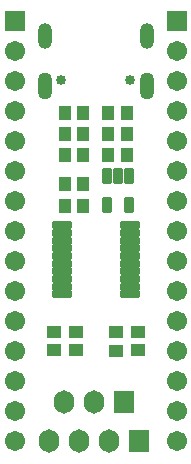
<source format=gbs>
G04*
G04 #@! TF.GenerationSoftware,Altium Limited,Altium Designer,19.0.4 (130)*
G04*
G04 Layer_Color=16711935*
%FSLAX25Y25*%
%MOIN*%
G70*
G01*
G75*
%ADD29C,0.06706*%
%ADD30R,0.06706X0.06706*%
%ADD31O,0.04737X0.08674*%
%ADD32O,0.04934X0.09068*%
%ADD33C,0.03359*%
%ADD34R,0.06800X0.07800*%
%ADD35O,0.06800X0.07800*%
%ADD60R,0.04658X0.04461*%
G04:AMPARAMS|DCode=61|XSize=69.42mil|YSize=24.14mil|CornerRadius=6.02mil|HoleSize=0mil|Usage=FLASHONLY|Rotation=180.000|XOffset=0mil|YOffset=0mil|HoleType=Round|Shape=RoundedRectangle|*
%AMROUNDEDRECTD61*
21,1,0.06942,0.01211,0,0,180.0*
21,1,0.05738,0.02414,0,0,180.0*
1,1,0.01204,-0.02869,0.00605*
1,1,0.01204,0.02869,0.00605*
1,1,0.01204,0.02869,-0.00605*
1,1,0.01204,-0.02869,-0.00605*
%
%ADD61ROUNDEDRECTD61*%
%ADD62R,0.04461X0.04658*%
G04:AMPARAMS|DCode=63|XSize=34.38mil|YSize=54.06mil|CornerRadius=5.58mil|HoleSize=0mil|Usage=FLASHONLY|Rotation=0.000|XOffset=0mil|YOffset=0mil|HoleType=Round|Shape=RoundedRectangle|*
%AMROUNDEDRECTD63*
21,1,0.03438,0.04290,0,0,0.0*
21,1,0.02321,0.05406,0,0,0.0*
1,1,0.01116,0.01161,-0.02145*
1,1,0.01116,-0.01161,-0.02145*
1,1,0.01116,-0.01161,0.02145*
1,1,0.01116,0.01161,0.02145*
%
%ADD63ROUNDEDRECTD63*%
D29*
X497500Y176500D02*
D03*
Y186500D02*
D03*
Y196500D02*
D03*
Y206500D02*
D03*
Y216500D02*
D03*
Y226500D02*
D03*
Y236500D02*
D03*
Y246500D02*
D03*
Y256500D02*
D03*
Y266500D02*
D03*
Y276500D02*
D03*
Y286500D02*
D03*
Y296500D02*
D03*
Y306500D02*
D03*
X443500Y176500D02*
D03*
Y186500D02*
D03*
Y196500D02*
D03*
Y206500D02*
D03*
Y216500D02*
D03*
Y226500D02*
D03*
Y236500D02*
D03*
Y246500D02*
D03*
Y256500D02*
D03*
Y266500D02*
D03*
Y276500D02*
D03*
Y286500D02*
D03*
Y296500D02*
D03*
Y306500D02*
D03*
D30*
X497500Y316500D02*
D03*
X443500D02*
D03*
D31*
X487500Y311457D02*
D03*
X453484D02*
D03*
D32*
X487500Y295000D02*
D03*
X453484D02*
D03*
D33*
X459114Y296969D02*
D03*
X481870D02*
D03*
D34*
X480000Y189500D02*
D03*
X485000Y176500D02*
D03*
D35*
X470000Y189500D02*
D03*
X460000D02*
D03*
X455000Y176500D02*
D03*
X465000D02*
D03*
X475000D02*
D03*
D60*
X484500Y213032D02*
D03*
Y206968D02*
D03*
X456500Y213063D02*
D03*
Y207000D02*
D03*
X477193Y212756D02*
D03*
Y206693D02*
D03*
X463807Y213032D02*
D03*
Y206968D02*
D03*
D61*
X481839Y225484D02*
D03*
Y228043D02*
D03*
Y230602D02*
D03*
Y233161D02*
D03*
Y235720D02*
D03*
Y238280D02*
D03*
Y240839D02*
D03*
Y243398D02*
D03*
Y245957D02*
D03*
Y248516D02*
D03*
X459161D02*
D03*
Y245957D02*
D03*
Y243398D02*
D03*
Y240839D02*
D03*
Y238280D02*
D03*
Y235720D02*
D03*
Y233161D02*
D03*
Y230602D02*
D03*
Y228043D02*
D03*
Y225484D02*
D03*
D62*
X480803Y286000D02*
D03*
X474741D02*
D03*
X460241D02*
D03*
X466304D02*
D03*
X466303Y255000D02*
D03*
X460241D02*
D03*
Y279000D02*
D03*
X466303D02*
D03*
X474741D02*
D03*
X480804D02*
D03*
X480804Y271961D02*
D03*
X474741D02*
D03*
X460241Y262303D02*
D03*
X466304D02*
D03*
X460241Y271961D02*
D03*
X466304D02*
D03*
D63*
X474291Y255197D02*
D03*
X481693D02*
D03*
Y264803D02*
D03*
X477992D02*
D03*
X474291D02*
D03*
M02*

</source>
